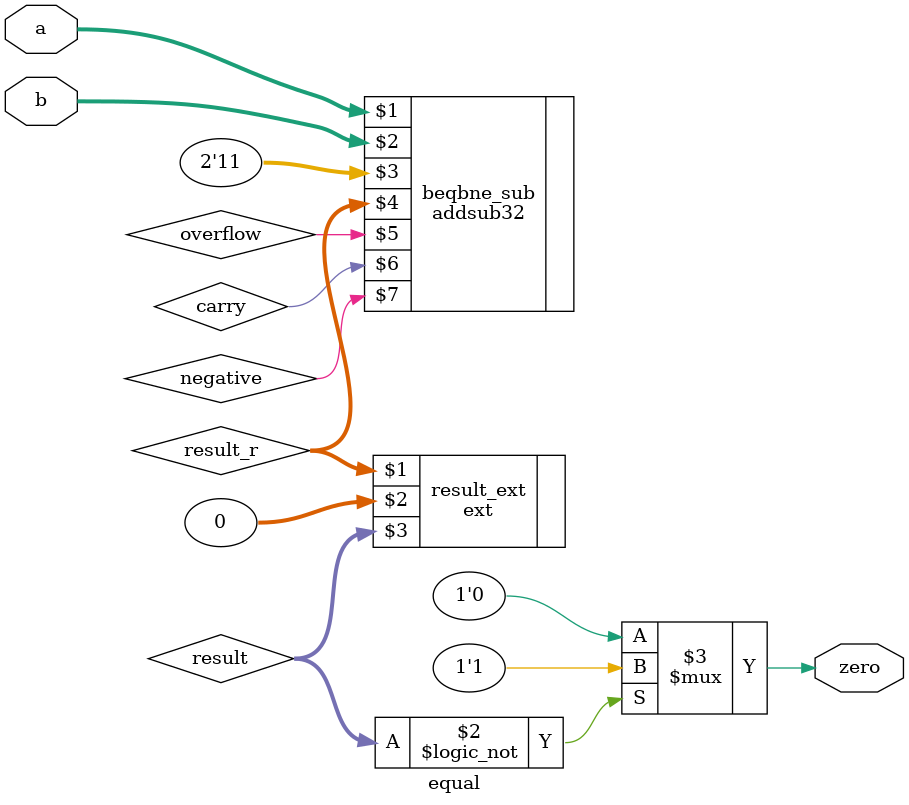
<source format=v>
`timescale 1ns / 1ps
module equal #(parameter WIDTH = 32)(
		input [WIDTH - 1:0] a,
		input [WIDTH - 1:0] b,
		output zero
    );
wire [WIDTH - 1:0] result_r;
wire [31:0] result;
wire overflow, carry, negative;

addsub32 beqbne_sub(a, b, 2'b11, result_r, overflow, carry, negative);
ext #(WIDTH) result_ext(result_r, 0, result);

assign zero = (result == 32'b0) ? 1'b1 : 1'b0;

endmodule

</source>
